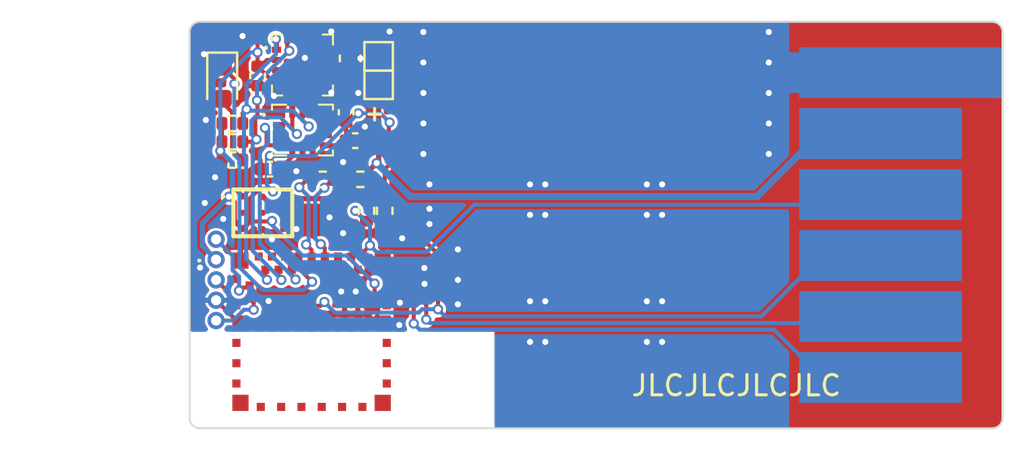
<source format=kicad_pcb>
(kicad_pcb (version 20221018) (generator pcbnew)
  (layers (0 "F.Cu" signal) (31 "B.Cu" signal) (34 "B.Paste" user) (35 "F.Paste" user) (36 "B.SilkS" user "B.Silkscreen") (37 "F.SilkS" user "F.Silkscreen") (38 "B.Mask" user) (39 "F.Mask" user) (44 "Edge.Cuts" user))
  (net 0 "")
  (net 1 "GND")
  (net 4 "SWDIO")
  (net 5 "SWDCLK")
  (net 8 "Net-(IC3-CAP)")
  (net 9 "ADCBAT")
  (net 10 "ADCBATEN")
  (net 11 "LED")
  (net 12 "RST")
  (net 13 "VDD")
  (net 14 "VBAT")
  (net 15 "INT")
  (net 16 "SCL")
  (net 17 "SDA")
  (net 18 "Dock")
  (net 19 "INT2")
  (net 20 "SDAAUX")
  (net 21 "SCLAUX")
  (net 25 "unconnected-(IC2-P0_20{slash}TRACE_CLK-Pad15)")
  (net 27 "Net-(IC2-OUT_ANT)")
  (net 62 "Net-(D1-A)")
  (footprint "Capacitor_SMD:C_0402_1005Metric" (layer "F.Cu") (at 181.147 74.347)
    (fp_text reference "C10" hide)
    (fp_text value "0.1uF")
    (pad "1" smd roundrect (at -0.48 0) (size 0.56 0.62) (layers "F.Cu" "F.Paste" "F.Mask") (net 13 "VDD"))
    (pad "2" smd roundrect (at 0.48 0) (size 0.56 0.62) (layers "F.Cu" "F.Paste" "F.Mask") (net 1 "GND"))
  )
  (footprint "Resistor_SMD:R_0402_1005Metric" (layer "F.Cu") (at 179.55 76.25 180)
    (fp_text reference "R8" hide)
    (fp_text value "51K")
    (pad "1" smd roundrect (at -0.51 0 180) (size 0.54 0.64) (layers "F.Cu" "F.Paste" "F.Mask") (net 9 "ADCBAT"))
    (pad "2" smd roundrect (at 0.51 0 180) (size 0.54 0.64) (layers "F.Cu" "F.Paste" "F.Mask") (net 10 "ADCBATEN"))
  )
  (footprint "Capacitor_SMD:C_0603_1608Metric" (layer "F.Cu") (at 180.9 70.3 90)
    (fp_text reference "C13" hide)
    (fp_text value "10uF")
    (pad "1" smd roundrect (at -0.775 0 90) (size 0.9 0.95) (layers "F.Cu" "F.Paste" "F.Mask") (net 8 "Net-(IC3-CAP)"))
    (pad "2" smd roundrect (at 0.775 0 90) (size 0.9 0.95) (layers "F.Cu" "F.Paste" "F.Mask") (net 1 "GND"))
  )
  (footprint "Capacitor_SMD:C_0402_1005Metric" (layer "F.Cu") (at 176.341 71.164 -90)
    (fp_text reference "C12" hide)
    (fp_text value "1uF")
    (pad "1" smd roundrect (at -0.48 0 270) (size 0.56 0.62) (layers "F.Cu" "F.Paste" "F.Mask") (net 13 "VDD"))
    (pad "2" smd roundrect (at 0.48 0 270) (size 0.56 0.62) (layers "F.Cu" "F.Paste" "F.Mask") (net 1 "GND"))
  )
  (footprint "Capacitor_SMD:C_0402_1005Metric" (layer "F.Cu") (at 176.95 75.75 180)
    (fp_text reference "C9" hide)
    (fp_text value "0.01uF")
    (pad "1" smd roundrect (at -0.48 0 180) (size 0.56 0.62) (layers "F.Cu" "F.Paste" "F.Mask") (net 13 "VDD"))
    (pad "2" smd roundrect (at 0.48 0 180) (size 0.56 0.62) (layers "F.Cu" "F.Paste" "F.Mask") (net 1 "GND"))
  )
  (footprint "Resistor_SMD:R_0402_1005Metric" (layer "F.Cu") (at 175.1 75.3)
    (fp_text reference "R2" hide)
    (fp_text value "100")
    (pad "1" smd roundrect (at -0.51 0) (size 0.54 0.64) (layers "F.Cu" "F.Paste" "F.Mask") (net 13 "VDD"))
    (pad "2" smd roundrect (at 0.51 0) (size 0.54 0.64) (layers "F.Cu" "F.Paste" "F.Mask") (net 62 "Net-(D1-A)"))
  )
  (footprint "LED_SMD:LED_0603_1608Metric" (layer "F.Cu") (at 174.600002 71.5 -90)
    (fp_text reference "D1" hide)
    (fp_text value "LED")
    (pad "1" smd roundrect (at -0.7875 0 270) (size 0.875 0.95) (layers "F.Cu" "F.Paste" "F.Mask") (net 11 "LED"))
    (pad "2" smd roundrect (at 0.7875 0 270) (size 0.875 0.95) (layers "F.Cu" "F.Paste" "F.Mask") (net 62 "Net-(D1-A)"))
  )
  (footprint "SamacSys_Parts:MMC5983MA" (layer "F.Cu") (at 178.55 70.625 90)
    (fp_text reference "IC3" hide)
    (fp_text value "MMC5983MA" hide)
    (pad "1" smd rect (at 0.75 -1.275 90) (size 0.3 0.45) (layers "F.Cu" "F.Paste" "F.Mask") (net 16 "SCL"))
    (pad "2" smd rect (at 0.25 -1.275 90) (size 0.3 0.45) (layers "F.Cu" "F.Paste" "F.Mask") (net 13 "VDD"))
    (pad "3" smd rect (at -0.25 -1.275 90) (size 0.3 0.45) (layers "F.Cu" "F.Paste" "F.Mask"))
    (pad "4" smd rect (at -0.75 -1.275 90) (size 0.3 0.45) (layers "F.Cu" "F.Paste" "F.Mask") (net 13 "VDD"))
    (pad "5" smd rect (at -1.275 -0.75 180) (size 0.3 0.45) (layers "F.Cu" "F.Paste" "F.Mask"))
    (pad "6" smd rect (at -1.275 -0.25 180) (size 0.3 0.45) (layers "F.Cu" "F.Paste" "F.Mask"))
    (pad "7" smd rect (at -1.275 0.25 180) (size 0.3 0.45) (layers "F.Cu" "F.Paste" "F.Mask"))
    (pad "8" smd rect (at -1.275 0.75 180) (size 0.3 0.45) (layers "F.Cu" "F.Paste" "F.Mask"))
    (pad "9" smd rect (at -0.75 1.275 90) (size 0.3 0.45) (layers "F.Cu" "F.Paste" "F.Mask") (net 1 "GND"))
    (pad "10" smd rect (at -0.25 1.275 90) (size 0.3 0.45) (layers "F.Cu" "F.Paste" "F.Mask") (net 8 "Net-(IC3-CAP)"))
    (pad "11" smd rect (at 0.25 1.275 90) (size 0.3 0.45) (layers "F.Cu" "F.Paste" "F.Mask") (net 1 "GND"))
    (pad "12" smd rect (at 0.75 1.275 90) (size 0.3 0.45) (layers "F.Cu" "F.Paste" "F.Mask"))
    (pad "13" smd rect (at 1.275 0.75 180) (size 0.3 0.45) (layers "F.Cu" "F.Paste" "F.Mask") (net 13 "VDD"))
    (pad "14" smd rect (at 1.275 0.25 180) (size 0.3 0.45) (layers "F.Cu" "F.Paste" "F.Mask"))
    (pad "15" smd rect (at 1.275 -0.25 180) (size 0.3 0.45) (layers "F.Cu" "F.Paste" "F.Mask"))
    (pad "16" smd rect (at 1.275 -0.75 180) (size 0.3 0.45) (layers "F.Cu" "F.Paste" "F.Mask") (net 17 "SDA"))
  )
  (footprint "Resistor_SMD:R_0402_1005Metric" (layer "F.Cu") (at 181.7 77.8 -90)
    (fp_text reference "R1" hide)
    (fp_text value "1M")
    (pad "1" smd roundrect (at -0.51 0 270) (size 0.54 0.64) (layers "F.Cu" "F.Paste" "F.Mask") (net 13 "VDD"))
    (pad "2" smd roundrect (at 0.51 0 270) (size 0.54 0.64) (layers "F.Cu" "F.Paste" "F.Mask") (net 18 "Dock"))
  )
  (footprint "Resistor_SMD:R_0402_1005Metric" (layer "F.Cu") (at 182.6 77.8 -90)
    (fp_text reference "R10" hide)
    (fp_text value "10K")
    (pad "1" smd roundrect (at -0.51 0 270) (size 0.54 0.64) (layers "F.Cu" "F.Paste" "F.Mask") (net 13 "VDD"))
    (pad "2" smd roundrect (at 0.51 0 270) (size 0.54 0.64) (layers "F.Cu" "F.Paste" "F.Mask") (net 12 "RST"))
  )
  (footprint "TestPoint:TestPoint_Pad_1.0x1.0mm" (layer "F.Cu") (at 182.3 70.2)
    (fp_text reference "TP2" hide)
    (fp_text value "TestPoint" hide)
    (pad "1" smd rect (at 0 0) (size 1 1) (layers "F.Cu" "F.Mask") (net 1 "GND"))
  )
  (footprint "SamacSys_Parts:TPS82740ASIPR" (layer "F.Cu") (at 176.6 77.9)
    (fp_text reference "PS1" hide)
    (fp_text value "TPS82740ASIPR" hide)
    (pad "A1" smd circle (at -1 -0.8 90) (size 0.3 0.3) (layers "F.Cu" "F.Paste" "F.Mask") (net 1 "GND"))
    (pad "A2" smd circle (at 0 -0.8 90) (size 0.3 0.3) (layers "F.Cu" "F.Paste" "F.Mask") (net 14 "VBAT"))
    (pad "A3" smd circle (at 1 -0.8 90) (size 0.3 0.3) (layers "F.Cu" "F.Paste" "F.Mask") (net 1 "GND"))
    (pad "B1" smd circle (at -1 0 90) (size 0.3 0.3) (layers "F.Cu" "F.Paste" "F.Mask"))
    (pad "B2" smd circle (at 0 0 90) (size 0.3 0.3) (layers "F.Cu" "F.Paste" "F.Mask"))
    (pad "B3" smd circle (at 1 0 90) (size 0.3 0.3) (layers "F.Cu" "F.Paste" "F.Mask") (net 14 "VBAT"))
    (pad "C1" smd circle (at -1 0.8 90) (size 0.3 0.3) (layers "F.Cu" "F.Paste" "F.Mask") (net 13 "VDD"))
    (pad "C2" smd circle (at 0 0.8 90) (size 0.3 0.3) (layers "F.Cu" "F.Paste" "F.Mask") (net 1 "GND"))
    (pad "C3" smd circle (at 1 0.8 90) (size 0.3 0.3) (layers "F.Cu" "F.Paste" "F.Mask") (net 14 "VBAT"))
  )
  (footprint "Resistor_SMD:R_0402_1005Metric" (layer "F.Cu") (at 175.1 74.4)
    (fp_text reference "R4" hide)
    (fp_text value "2.7K")
    (pad "1" smd roundrect (at -0.51 0) (size 0.54 0.64) (layers "F.Cu" "F.Paste" "F.Mask") (net 13 "VDD"))
    (pad "2" smd roundrect (at 0.51 0) (size 0.54 0.64) (layers "F.Cu" "F.Paste" "F.Mask") (net 17 "SDA"))
  )
  (footprint "TestPoint:TestPoint_Pad_1.0x1.0mm" (layer "F.Cu") (at 182.3 71.6)
    (fp_text reference "TP1" hide)
    (fp_text value "TestPoint" hide)
    (pad "1" smd rect (at 0 0) (size 1 1) (layers "F.Cu" "F.Mask") (net 14 "VBAT"))
  )
  (footprint "Resistor_SMD:R_0402_1005Metric" (layer "F.Cu") (at 181.4 76.25 180)
    (fp_text reference "R7" hide)
    (fp_text value "100K")
    (pad "1" smd roundrect (at -0.51 0 180) (size 0.54 0.64) (layers "F.Cu" "F.Paste" "F.Mask") (net 14 "VBAT"))
    (pad "2" smd roundrect (at 0.51 0 180) (size 0.54 0.64) (layers "F.Cu" "F.Paste" "F.Mask") (net 9 "ADCBAT"))
  )
  (footprint "Resistor_SMD:R_0402_1005Metric" (layer "F.Cu") (at 175.1 73.5)
    (fp_text reference "R5" hide)
    (fp_text value "2.7K")
    (pad "1" smd roundrect (at -0.51 0) (size 0.54 0.64) (layers "F.Cu" "F.Paste" "F.Mask") (net 13 "VDD"))
    (pad "2" smd roundrect (at 0.51 0) (size 0.54 0.64) (layers "F.Cu" "F.Paste" "F.Mask") (net 16 "SCL"))
  )
  (footprint "SamacSys_Parts:ISP1507AXST" (layer "F.Cu") (at 179 83.75)
    (fp_text reference "IC2" hide)
    (fp_text value "ISP1507-AX-ST" hide)
    (pad "1" smd rect (at -3.5 -3.5) (size 0.8 0.8) (layers "F.Cu" "F.Paste" "F.Mask") (net 1 "GND"))
    (pad "2" smd rect (at -3.7 -2.6) (size 0.4 0.4) (layers "F.Cu" "F.Paste" "F.Mask"))
    (pad "3" smd rect (at -3.05 -2.275) (size 0.4 0.4) (layers "F.Cu" "F.Paste" "F.Mask") (net 20 "SDAAUX"))
    (pad "5" smd rect (at -3.05 -1.625) (size 0.4 0.4) (layers "F.Cu" "F.Paste" "F.Mask") (net 21 "SCLAUX"))
    (pad "6" smd rect (at -3.7 -1.3) (size 0.4 0.4) (layers "F.Cu" "F.Paste" "F.Mask") (net 19 "INT2"))
    (pad "7" smd rect (at -3.5 -0.4) (size 0.8 0.8) (layers "F.Cu" "F.Paste" "F.Mask") (net 1 "GND"))
    (pad "8" smd rect (at -2.6 -0.2) (size 0.4 0.4) (layers "F.Cu" "F.Paste" "F.Mask") (net 1 "GND"))
    (pad "9" smd rect (at -2.275 -0.85) (size 0.4 0.4) (layers "F.Cu" "F.Paste" "F.Mask"))
    (pad "10" smd rect (at -1.95 -0.2) (size 0.4 0.4) (layers "F.Cu" "F.Paste" "F.Mask") (net 1 "GND"))
    (pad "11" smd rect (at -1.625 -0.85) (size 0.4 0.4) (layers "F.Cu" "F.Paste" "F.Mask"))
    (pad "12" smd rect (at -1.3 -0.2) (size 0.4 0.4) (layers "F.Cu" "F.Paste" "F.Mask") (net 1 "GND"))
    (pad "13" smd rect (at -0.975 -0.85) (size 0.4 0.4) (layers "F.Cu" "F.Paste" "F.Mask") (net 12 "RST"))
    (pad "14" smd rect (at -0.65 -0.2) (size 0.4 0.4) (layers "F.Cu" "F.Paste" "F.Mask") (net 1 "GND"))
    (pad "15" smd rect (at -0.325 -0.85) (size 0.4 0.4) (layers "F.Cu" "F.Paste" "F.Mask") (net 25 "unconnected-(IC2-P0_20{slash}TRACE_CLK-Pad15)"))
    (pad "16" smd rect (at 0 -0.2) (size 0.4 0.4) (layers "F.Cu" "F.Paste" "F.Mask") (net 1 "GND"))
    (pad "17" smd rect (at 0.325 -0.85) (size 0.4 0.4) (layers "F.Cu" "F.Paste" "F.Mask"))
    (pad "18" smd rect (at 0.65 -0.2) (size 0.4 0.4) (layers "F.Cu" "F.Paste" "F.Mask") (net 1 "GND"))
    (pad "19" smd rect (at 0.975 -0.85) (size 0.4 0.4) (layers "F.Cu" "F.Paste" "F.Mask") (net 1 "GND"))
    (pad "20" smd rect (at 1.3 -0.2) (size 0.4 0.4) (layers "F.Cu" "F.Paste" "F.Mask") (net 27 "Net-(IC2-OUT_ANT)"))
    (pad "21" smd rect (at 1.625 -0.85) (size 0.4 0.4) (layers "F.Cu" "F.Paste" "F.Mask") (net 1 "GND"))
    (pad "22" smd rect (at 1.95 -0.2) (size 0.4 0.4) (layers "F.Cu" "F.Paste" "F.Mask") (net 27 "Net-(IC2-OUT_ANT)"))
    (pad "23" smd rect (at 2.275 -0.85) (size 0.4 0.4) (layers "F.Cu" "F.Paste" "F.Mask") (net 1 "GND"))
    (pad "24" smd rect (at 2.6 -0.2) (size 0.4 0.4) (layers "F.Cu" "F.Paste" "F.Mask") (net 1 "GND"))
    (pad "25" smd rect (at 3.5 -0.4) (size 0.8 0.8) (layers "F.Cu" "F.Paste" "F.Mask") (net 1 "GND"))
    (pad "26" smd rect (at 3.7 -1.3) (size 0.4 0.4) (layers "F.Cu" "F.Paste" "F.Mask") (net 13 "VDD"))
    (pad "28" smd rect (at 3.7 -1.95) (size 0.4 0.4) (layers "F.Cu" "F.Paste" "F.Mask") (net 4 "SWDIO"))
    (pad "30" smd rect (at 3.7 -2.6) (size 0.4 0.4) (layers "F.Cu" "F.Paste" "F.Mask") (net 5 "SWDCLK"))
    (pad "31" smd rect (at 3.5 -3.5) (size 0.8 0.8) (layers "F.Cu" "F.Paste" "F.Mask") (net 1 "GND"))
    (pad "32" smd rect (at 2.6 -3.7) (size 0.4 0.4) (layers "F.Cu" "F.Paste" "F.Mask") (net 18 "Dock"))
    (pad "33" smd rect (at 2.275 -3.05) (size 0.4 0.4) (layers "F.Cu" "F.Paste" "F.Mask"))
    (pad "34" smd rect (at 1.95 -3.7) (size 0.4 0.4) (layers "F.Cu" "F.Paste" "F.Mask"))
    (pad "35" smd rect (at 1.625 -3.05) (size 0.4 0.4) (layers "F.Cu" "F.Paste" "F.Mask"))
    (pad "36" smd rect (at 1.3 -3.7) (size 0.4 0.4) (layers "F.Cu" "F.Paste" "F.Mask"))
    (pad "37" smd rect (at 0.975 -3.05) (size 0.4 0.4) (layers "F.Cu" "F.Paste" "F.Mask"))
    (pad "38" smd rect (at 0.65 -3.7) (size 0.4 0.4) (layers "F.Cu" "F.Paste" "F.Mask") (net 9 "ADCBAT"))
    (pad "39" smd rect (at 0.325 -3.05) (size 0.4 0.4) (layers "F.Cu" "F.Paste" "F.Mask"))
    (pad "40" smd rect (at 0 -3.7) (size 0.4 0.4) (layers "F.Cu" "F.Paste" "F.Mask") (net 10 "ADCBATEN"))
    (pad "41" smd rect (at -0.325 -3.05) (size 0.4 0.4) (layers "F.Cu" "F.Paste" "F.Mask") (net 11 "LED"))
    (pad "42" smd rect (at -0.65 -3.7) (size 0.4 0.4) (layers "F.Cu" "F.Paste" "F.Mask"))
    (pad "43" smd rect (at -0.975 -3.05) (size 0.4 0.4) (layers "F.Cu" "F.Paste" "F.Mask") (net 15 "INT"))
    (pad "44" smd rect (at -1.3 -3.7) (size 0.4 0.4) (layers "F.Cu" "F.Paste" "F.Mask"))
    (pad "45" smd rect (at -1.625 -3.05) (size 0.4 0.4) (layers "F.Cu" "F.Paste" "F.Mask") (net 17 "SDA"))
    (pad "46" smd rect (at -1.95 -3.7) (size 0.4 0.4) (layers "F.Cu" "F.Paste" "F.Mask"))
    (pad "47" smd rect (at -2.275 -3.05) (size 0.4 0.4) (layers "F.Cu" "F.Paste" "F.Mask") (net 16 "SCL"))
    (pad "48" smd rect (at -2.6 -3.7) (size 0.4 0.4) (layers "F.Cu" "F.Paste" "F.Mask"))
    (pad "49" smd rect (at -3.7 0.55) (size 0.4 0.4) (layers "F.Cu" "F.Paste" "F.Mask"))
    (pad "50" smd rect (at -3.7 1.55) (size 0.4 0.4) (layers "F.Cu" "F.Paste" "F.Mask"))
    (pad "51" smd rect (at -3.7 2.55) (size 0.4 0.4) (layers "F.Cu" "F.Paste" "F.Mask"))
    (pad "52" smd rect (at -3.5 3.5) (size 0.8 0.8) (layers "F.Cu" "F.Paste" "F.Mask"))
    (pad "53" smd rect (at -2.5 3.7) (size 0.4 0.4) (layers "F.Cu" "F.Paste" "F.Mask"))
    (pad "54" smd rect (at -1.5 3.7) (size 0.4 0.4) (layers "F.Cu" "F.Paste" "F.Mask"))
    (pad "55" smd rect (at -0.5 3.7) (size 0.4 0.4) (layers "F.Cu" "F.Paste" "F.Mask"))
    (pad "56" smd rect (at 0.5 3.7) (size 0.4 0.4) (layers "F.Cu" "F.Paste" "F.Mask"))
    (pad "57" smd rect (at 1.5 3.7) (size 0.4 0.4) (layers "F.Cu" "F.Paste" "F.Mask"))
    (pad "58" smd rect (at 2.5 3.7) (size 0.4 0.4) (layers "F.Cu" "F.Paste" "F.Mask"))
    (pad "59" smd rect (at 3.5 3.5) (size 0.8 0.8) (layers "F.Cu" "F.Paste" "F.Mask"))
    (pad "60" smd rect (at 3.7 2.55) (size 0.4 0.4) (layers "F.Cu" "F.Paste" "F.Mask"))
    (pad "61" smd rect (at 3.7 1.55) (size 0.4 0.4) (layers "F.Cu" "F.Paste" "F.Mask"))
    (pad "62" smd rect (at 3.7 0.55) (size 0.4 0.4) (layers "F.Cu" "F.Paste" "F.Mask"))
  )
  (footprint "Capacitor_SMD:C_0402_1005Metric" (layer "F.Cu") (at 180.7 72.95 90)
    (fp_text reference "C11" hide)
    (fp_text value "2.2uF")
    (pad "1" smd roundrect (at -0.48 0 90) (size 0.56 0.62) (layers "F.Cu" "F.Paste" "F.Mask") (net 13 "VDD"))
    (pad "2" smd roundrect (at 0.48 0 90) (size 0.56 0.62) (layers "F.Cu" "F.Paste" "F.Mask") (net 1 "GND"))
  )
  (footprint "Connector_PinHeader_1.00mm:PinHeader_1x05_P1.00mm_Horizontal" (layer "F.Cu") (at 174.3 83.2 180)
    (fp_text reference "J1" hide)
    (fp_text value "Conn_01x05_Male")
    (pad "1" thru_hole circle (at 0 0 180) (size 0.85 0.85) (drill 0.5) (layers "*.Cu" "*.Mask") (net 21 "SCLAUX"))
    (pad "2" thru_hole oval (at 0 1 180) (size 0.85 0.85) (drill 0.5) (layers "*.Cu" "*.Mask") (net 1 "GND"))
    (pad "3" thru_hole oval (at 0 2 180) (size 0.85 0.85) (drill 0.5) (layers "*.Cu" "*.Mask") (net 19 "INT2"))
    (pad "4" thru_hole oval (at 0 3 180) (size 0.85 0.85) (drill 0.5) (layers "*.Cu" "*.Mask") (net 13 "VDD"))
    (pad "5" thru_hole oval (at 0 4 180) (size 0.85 0.85) (drill 0.5) (layers "*.Cu" "*.Mask") (net 20 "SDAAUX"))
  )
  (footprint "SamacSys_Parts:IIM42352" (layer "F.Cu") (at 178.55 73.825)
    (fp_text reference "AC2" hide)
    (fp_text value "ICM-42688-V" hide)
    (pad "1" smd rect (at -1.15 -0.75 90) (size 0.3 0.6) (layers "F.Cu" "F.Paste" "F.Mask") (net 1 "GND"))
    (pad "2" smd rect (at -1.15 -0.25 90) (size 0.3 0.6) (layers "F.Cu" "F.Paste" "F.Mask"))
    (pad "3" smd rect (at -1.15 0.25 90) (size 0.3 0.6) (layers "F.Cu" "F.Paste" "F.Mask"))
    (pad "4" smd rect (at -1.15 0.75 90) (size 0.3 0.6) (layers "F.Cu" "F.Paste" "F.Mask") (net 15 "INT"))
    (pad "5" smd rect (at -0.5 0.9) (size 0.3 0.6) (layers "F.Cu" "F.Paste" "F.Mask") (net 13 "VDD"))
    (pad "6" smd rect (at 0 0.9) (size 0.3 0.6) (layers "F.Cu" "F.Paste" "F.Mask") (net 1 "GND"))
    (pad "7" smd rect (at 0.5 0.9) (size 0.3 0.6) (layers "F.Cu" "F.Paste" "F.Mask") (net 1 "GND"))
    (pad "8" smd rect (at 1.15 0.75 90) (size 0.3 0.6) (layers "F.Cu" "F.Paste" "F.Mask") (net 13 "VDD"))
    (pad "9" smd rect (at 1.15 0.25 90) (size 0.3 0.6) (layers "F.Cu" "F.Paste" "F.Mask") (net 1 "GND"))
    (pad "10" smd rect (at 1.15 -0.25 90) (size 0.3 0.6) (layers "F.Cu" "F.Paste" "F.Mask"))
    (pad "11" smd rect (at 1.15 -0.75 90) (size 0.3 0.6) (layers "F.Cu" "F.Paste" "F.Mask"))
    (pad "12" smd rect (at 0.5 -0.9) (size 0.3 0.6) (layers "F.Cu" "F.Paste" "F.Mask") (net 13 "VDD"))
    (pad "13" smd rect (at 0 -0.9) (size 0.3 0.6) (layers "F.Cu" "F.Paste" "F.Mask") (net 16 "SCL"))
    (pad "14" smd rect (at -0.5 -0.9) (size 0.3 0.6) (layers "F.Cu" "F.Paste" "F.Mask") (net 17 "SDA"))
  )
  (footprint "TestPoint:TestPoint_Pad_1.0x1.0mm" (layer "B.Cu") (at 208 71)
    (fp_text reference "TP3" hide)
    (fp_text value "TestPoint" hide)
    (pad "1" smd rect (at 0 0) (size 10 2.5) (layers "B.Cu" "B.Mask") (net 1 "GND"))
  )
  (footprint "TestPoint:TestPoint_Pad_1.0x1.0mm" (layer "B.Cu") (at 207 77)
    (fp_text reference "TP5" hide)
    (fp_text value "TestPoint" hide)
    (pad "1" smd rect (at 0 0) (size 8 2.5) (layers "B.Cu" "B.Mask") (net 18 "Dock"))
  )
  (footprint "TestPoint:TestPoint_Pad_1.0x1.0mm" (layer "B.Cu") (at 207 86)
    (fp_text reference "TP8" hide)
    (fp_text value "TestPoint" hide)
    (pad "1" smd rect (at 0 0) (size 8 2.5) (layers "B.Cu" "B.Mask") (net 4 "SWDIO"))
  )
  (footprint "TestPoint:TestPoint_Pad_1.0x1.0mm" (layer "B.Cu") (at 207 80)
    (fp_text reference "TP6" hide)
    (fp_text value "TestPoint" hide)
    (pad "1" smd rect (at 0 0) (size 8 2.5) (layers "B.Cu" "B.Mask") (net 12 "RST"))
  )
  (footprint "TestPoint:TestPoint_Pad_1.0x1.0mm" (layer "B.Cu") (at 207 83)
    (fp_text reference "TP7" hide)
    (fp_text value "TestPoint" hide)
    (pad "1" smd rect (at 0 0) (size 8 2.5) (layers "B.Cu" "B.Mask") (net 5 "SWDCLK"))
  )
  (footprint "TestPoint:TestPoint_Pad_1.0x1.0mm" (layer "B.Cu") (at 207 74)
    (fp_text reference "TP4" hide)
    (fp_text value "TestPoint" hide)
    (pad "1" smd rect (at 0 0) (size 8 2.5) (layers "B.Cu" "B.Mask") (net 14 "VBAT"))
  )
  (gr_line (start 173.5 88.5) (end 212.5 88.5) (stroke (width 0.1)) (layer "Edge.Cuts"))
  (gr_line (start 213 88) (end 213 69) (stroke (width 0.1)) (layer "Edge.Cuts"))
  (gr_arc (start 173 69) (mid 173.146447 68.646447) (end 173.5 68.5) (stroke (width 0.1)) (layer "Edge.Cuts"))
  (gr_arc (start 213 88) (mid 212.853553 88.353553) (end 212.5 88.5) (stroke (width 0.1)) (layer "Edge.Cuts"))
  (gr_line (start 212.5 68.5) (end 173.5 68.5) (stroke (width 0.1)) (layer "Edge.Cuts"))
  (gr_arc (start 212.5 68.5) (mid 212.853553 68.646447) (end 213 69) (stroke (width 0.1)) (layer "Edge.Cuts"))
  (gr_line (start 173 69) (end 173 88) (stroke (width 0.1)) (layer "Edge.Cuts"))
  (gr_arc (start 173.5 88.5) (mid 173.146447 88.353553) (end 173 88) (stroke (width 0.1)) (layer "Edge.Cuts"))
  (gr_text "+" (at 182.1 73.1 180) (layer "F.SilkS") (effects (font (size 0.75 0.75))))
  (gr_text "JLCJLCJLCJLC" (at 199.9 86.4) (layer "F.SilkS") (effects (font (size 1 1))))
  (segment (start 176.4 83.55) (end 175.7 83.55) (width 0.2) (layer "F.Cu") (net 1))
  (segment (start 180.7 72.1) (end 180.7 72.47) (width 0.2) (layer "F.Cu") (net 1))
  (segment (start 179.825 71.375) (end 179.975 71.375) (width 0.2) (layer "F.Cu") (net 1))
  (segment (start 177.7 83.55) (end 177.598489 83.448489) (width 0.2) (layer "F.Cu") (net 1))
  (segment (start 182.121 80.629) (end 181.906 80.844) (width 0.2) (layer "F.Cu") (net 1))
  (segment (start 179.975 83.064) (end 179.975 82.9) (width 0.3) (layer "F.Cu") (net 1))
  (segment (start 180.4375 71.8375) (end 180.7 72.1) (width 0.2) (layer "F.Cu") (net 1))
  (segment (start 181.6 83.298) (end 181.805 83.093) (width 0.2) (layer "F.Cu") (net 1))
  (segment (start 175.5 83.35) (end 175.45 83.35) (width 0.2) (layer "F.Cu") (net 1))
  (segment (start 175.5 80.25) (end 175.513 80.25) (width 0.2) (layer "F.Cu") (net 1))
  (segment (start 175.602 69.978) (end 175.6 69.98) (width 0.2) (layer "F.Cu") (net 1))
  (segment (start 179.65 83.389) (end 179.65 83.55) (width 0.3) (layer "F.Cu") (net 1))
  (segment (start 181.906 80.844) (end 181.906 80.859) (width 0.2) (layer "F.Cu") (net 1))
  (segment (start 181.562 73.658) (end 181.621 73.658) (width 0.2) (layer "F.Cu") (net 1))
  (segment (start 179.975 71.375) (end 180.4375 71.8375) (width 0.2) (layer "F.Cu") (net 1))
  (segment (start 182.5 83.35) (end 182.236 83.086) (width 0.2) (layer "F.Cu") (net 1))
  (segment (start 175.7 83.55) (end 175.5 83.35) (width 0.2) (layer "F.Cu") (net 1))
  (segment (start 182.243 83.093) (end 182.5 83.35) (width 0.2) (layer "F.Cu") (net 1))
  (segment (start 180.7 72.52) (end 180.68 72.52) (width 0.2) (layer "F.Cu") (net 1))
  (segment (start 182.5 80.25) (end 182.121 80.629) (width 0.2) (layer "F.Cu") (net 1))
  (segment (start 181.805 83.093) (end 182.243 83.093) (width 0.2) (layer "F.Cu") (net 1))
  (segment (start 179.8245 83.2145) (end 179.65 83.389) (width 0.3) (layer "F.Cu") (net 1))
  (segment (start 181.6 83.55) (end 181.6 83.298) (width 0.2) (layer "F.Cu") (net 1))
  (segment (start 179.8245 83.2145) (end 179.975 83.064) (width 0.3) (layer "F.Cu") (net 1))
  (segment (start 180.7 72.52) (end 180.7 72.6) (width 0.2) (layer "F.Cu") (net 1))
  (segment (start 175.45 83.35) (end 174.3 82.2) (width 0.2) (layer "F.Cu") (net 1))
  (segment (start 182.236 83.086) (end 182.236 82.642) (width 0.2) (layer "F.Cu") (net 1))
  (via (at 177.147 72.145) (size 0.5) (drill 0.3) (layers "F.Cu" "B.Cu") (net 1))
  (via (at 184.8 78.45) (size 0.5) (drill 0.3) (layers "F.Cu" "B.Cu") (net 1))
  (via (at 174.25 76.15) (size 0.5) (drill 0.3) (layers "F.Cu" "B.Cu") (net 1))
  (via (at 184.5 73.5) (size 0.5) (drill 0.3) (layers "F.Cu" "B.Cu") (net 1))
  (via (at 173.509 80.595) (size 0.5) (drill 0.3) (layers "F.Cu" "B.Cu") (net 1))
  (via (at 190.5 82.25) (size 0.5) (drill 0.3) (layers "F.Cu" "B.Cu") (net 1))
  (via (at 179.967 68.975) (size 0.5) (drill 0.3) (layers "F.Cu" "B.Cu") (net 1))
  (via (at 181.3 72) (size 0.5) (drill 0.3) (layers "F.Cu" "B.Cu") (net 1))
  (via (at 189.75 82.25) (size 0.5) (drill 0.3) (layers "F.Cu" "B.Cu") (net 1))
  (via (at 195.5 78) (size 0.5) (drill 0.3) (layers "F.Cu" "B.Cu") (net 1))
  (via (at 181.621 73.658) (size 0.5) (drill 0.3) (layers "F.Cu" "B.Cu") (net 1))
  (via (at 186.2 81.2) (size 0.5) (drill 0.3) (layers "F.Cu" "B.Cu") (net 1))
  (via (at 190.5 76.5) (size 0.5) (drill 0.3) (layers "F.Cu" "B.Cu") (net 1))
  (via (at 196.25 76.5) (size 0.5) (drill 0.3) (layers "F.Cu" "B.Cu") (net 1))
  (via (at 184.5 75) (size 0.5) (drill 0.3) (layers "F.Cu" "B.Cu") (net 1))
  (via (at 176.884 82.237) (size 0.5) (drill 0.3) (layers "F.Cu" "B.Cu") (net 1))
  (via (at 177.05 79.2) (size 0.5) (drill 0.3) (layers "F.Cu" "B.Cu") (net 1))
  (via (at 173.702 70.09) (size 0.5) (drill 0.3) (layers "F.Cu" "B.Cu") (net 1))
  (via (at 184.549 80.614) (size 0.5) (drill 0.3) (layers "F.Cu" "B.Cu") (net 1))
  (via (at 182.838 68.975) (size 0.5) (drill 0.3) (layers "F.Cu" "B.Cu") (net 1))
  (via (at 180.55 75.4) (size 0.5) (drill 0.3) (layers "F.Cu" "B.Cu") (net 1))
  (via (at 173.794 73.331) (size 0.5) (drill 0.3) (layers "F.Cu" "B.Cu") (net 1))
  (via (at 178.25 78.7) (size 0.5) (drill 0.3) (layers "F.Cu" "B.Cu") (net 1))
  (via (at 196.25 78) (size 0.5) (drill 0.3) (layers "F.Cu" "B.Cu") (net 1))
  (via (at 180.55 78.9) (size 0.5) (drill 0.3) (layers "F.Cu" "B.Cu") (net 1))
  (via (at 186.2 82.4) (size 0.5) (drill 0.3) (layers "F.Cu" "B.Cu") (net 1))
  (via (at 201.5 69) (size 0.5) (drill 0.3) (layers "F.Cu" "B.Cu") (net 1))
  (via (at 189.75 78) (size 0.5) (drill 0.3) (layers "F.Cu" "B.Cu") (net 1))
  (via (at 183.457 79.151) (size 0.5) (drill 0.3) (layers "F.Cu" "B.Cu") (net 1))
  (via (at 173.744 77.413) (size 0.5) (drill 0.3) (layers "F.Cu" "B.Cu") (net 1))
  (via (at 183.314 83.423) (size 0.5) (drill 0.3) (layers "F.Cu" "B.Cu") (net 1))
  (via (at 181.173 81.774) (size 0.5) (drill 0.3) (layers "F.Cu" "B.Cu") (net 1))
  (via (at 184.8 77.7) (size 0.5) (drill 0.3) (layers "F.Cu" "B.Cu") (net 1))
  (via (at 201.5 75) (size 0.5) (drill 0.3) (layers "F.Cu" "B.Cu") (net 1))
  (via (at 201.5 72) (size 0.5) (drill 0.3) (layers "F.Cu" "B.Cu") (net 1))
  (via (at 196.25 84.25) (size 0.5) (drill 0.3) (layers "F.Cu" "B.Cu") (net 1))
  (via (at 190.5 84.25) (size 0.5) (drill 0.3) (layers "F.Cu" "B.Cu") (net 1))
  (via (at 178.25 75.85) (size 0.5) (drill 0.3) (layers "F.Cu" "B.Cu") (net 1))
  (via (at 180.456 81.774) (size 0.5) (drill 0.3) (layers "F.Cu" "B.Cu") (net 1))
  (via (at 184.5 70.5) (size 0.5) (drill 0.3) (layers "F.Cu" "B.Cu") (net 1))
  (via (at 195.5 82.25) (size 0.5) (drill 0.3) (layers "F.Cu" "B.Cu") (net 1))
  (via (at 174.65 78.2) (size 0.5) (drill 0.3) (layers "F.Cu" "B.Cu") (net 1))
  (via (at 196.25 82.25) (size 0.5) (drill 0.3) (layers "F.Cu" "B.Cu") (net 1))
  (via (at 184.5 72) (size 0.5) (drill 0.3) (layers "F.Cu" "B.Cu") (net 1))
  (via (at 179.969 71.987) (size 0.5) (drill 0.3) (layers "F.Cu" "B.Cu") (net 1))
  (via (at 184.557 81.395) (size 0.5) (drill 0.3) (layers "F.Cu" "B.Cu") (net 1))
  (via (at 190.5 78) (size 0.5) (drill 0.3) (layers "F.Cu" "B.Cu") (net 1))
  (via (at 186.2 79.7) (size 0.5) (drill 0.3) (layers "F.Cu" "B.Cu") (net 1))
  (via (at 184.8 76.5) (size 0.5) (drill 0.3) (layers "F.Cu" "B.Cu") (net 1))
  (via (at 189.75 84.25) (size 0.5) (drill 0.3) (layers "F.Cu" "B.Cu") (net 1))
  (via (at 201.5 70.5) (size 0.5) (drill 0.3) (layers "F.Cu" "B.Cu") (net 1))
  (via (at 175.6 69.2) (size 0.5) (drill 0.3) (layers "F.Cu" "B.Cu") (net 1))
  (via (at 179.882 78.122) (size 0.5) (drill 0.3) (layers "F.Cu" "B.Cu") (net 1))
  (via (at 195.5 76.5) (size 0.5) (drill 0.3) (layers "F.Cu" "B.Cu") (net 1))
  (via (at 181.4 70.3) (size 0.5) (drill 0.3) (layers "F.Cu" "B.Cu") (net 1))
  (via (at 195.5 84.25) (size 0.5) (drill 0.3) (layers "F.Cu" "B.Cu") (net 1))
  (via (at 201.5 73.5) (size 0.5) (drill 0.3) (layers "F.Cu" "B.Cu") (net 1))
  (via (at 178.667 70.274) (size 0.5) (drill 0.3) (layers "F.Cu" "B.Cu") (net 1))
  (via (at 183.345 82.323) (size 0.5) (drill 0.3) (layers "F.Cu" "B.Cu") (net 1))
  (via (at 184.5 69) (size 0.5) (drill 0.3) (layers "F.Cu" "B.Cu") (net 1))
  (via (at 189.75 76.5) (size 0.5) (drill 0.3) (layers "F.Cu" "B.Cu") (net 1))
  (segment (start 208 71) (end 200.25 71) (width 2) (layer "B.Cu") (net 1))
  (segment (start 184.027 83.349) (end 184.027 82.26) (width 0.2) (layer "F.Cu") (net 4))
  (segment (start 184.027 82.26) (end 183.567 81.8) (width 0.2) (layer "F.Cu") (net 4))
  (segment (start 183.567 81.8) (end 182.7 81.8) (width 0.2) (layer "F.Cu") (net 4))
  (via (at 184.027 83.349) (size 0.5) (drill 0.3) (layers "F.Cu" "B.Cu") (net 4))
  (segment (start 201.07098 83.64998) (end 201.07096 83.65) (width 0.2) (layer "B.Cu") (net 4))
  (segment (start 201.76198 83.64998) (end 202.39998 84.28798) (width 0.2) (layer "B.Cu") (net 4))
  (segment (start 207 86) (end 204.112 86) (width 0.2) (layer "B.Cu") (net 4))
  (segment (start 184.328 83.65) (end 184.027 83.349) (width 0.2) (layer "B.Cu") (net 4))
  (segment (start 201.07098 83.64998) (end 201.76198 83.64998) (width 0.2) (layer "B.Cu") (net 4))
  (segment (start 186 83.65) (end 184.328 83.65) (width 0.2) (layer "B.Cu") (net 4))
  (segment (start 201.07096 83.65) (end 186 83.65) (width 0.2) (layer "B.Cu") (net 4))
  (segment (start 204.112 86) (end 202.39998 84.28798) (width 0.2) (layer "B.Cu") (net 4))
  (segment (start 184.643 82.414258) (end 184.643 83.15) (width 0.2) (layer "F.Cu") (net 5))
  (segment (start 182.7 81.15) (end 183.378742 81.15) (width 0.2) (layer "F.Cu") (net 5))
  (segment (start 183.378742 81.15) (end 184.643 82.414258) (width 0.2) (layer "F.Cu") (net 5))
  (via (at 184.643 83.15) (size 0.5) (drill 0.3) (layers "F.Cu" "B.Cu") (net 5))
  (segment (start 207 83) (end 206.177 83.823) (width 0.2) (layer "B.Cu") (net 5))
  (segment (start 184.815501 83.322501) (end 184.643 83.15) (width 0.2) (layer "B.Cu") (net 5))
  (segment (start 206.677499 83.322501) (end 185.441499 83.322501) (width 0.2) (layer "B.Cu") (net 5))
  (segment (start 207 83) (end 206.677499 83.322501) (width 0.2) (layer "B.Cu") (net 5))
  (segment (start 185.441499 83.322501) (end 184.815501 83.322501) (width 0.2) (layer "B.Cu") (net 5))
  (segment (start 180.7 70.875) (end 180.9 71.075) (width 0.2) (layer "F.Cu") (net 8))
  (segment (start 179.825 70.875) (end 180.7 70.875) (width 0.2) (layer "F.Cu") (net 8))
  (segment (start 179.65 80.05) (end 179.65 79.642) (width 0.2) (layer "F.Cu") (net 9))
  (segment (start 180.06 76.25) (end 180.047316 76.25) (width 0.2) (layer "F.Cu") (net 9))
  (segment (start 179.65 79.642) (end 179.45 79.442) (width 0.2) (layer "F.Cu") (net 9))
  (segment (start 180.047316 76.25) (end 179.631421 76.665895) (width 0.2) (layer "F.Cu") (net 9))
  (segment (start 180.89 76.25) (end 180.06 76.25) (width 0.2) (layer "F.Cu") (net 9))
  (via (at 179.631421 76.665895) (size 0.5) (drill 0.3) (layers "F.Cu" "B.Cu") (net 9))
  (via (at 179.45 79.442) (size 0.5) (drill 0.3) (layers "F.Cu" "B.Cu") (net 9))
  (segment (start 179.176501 79.168501) (end 179.176501 77.120815) (width 0.2) (layer "B.Cu") (net 9))
  (segment (start 179.176501 77.120815) (end 179.631421 76.665895) (width 0.2) (layer "B.Cu") (net 9))
  (segment (start 179.45 79.442) (end 179.176501 79.168501) (width 0.2) (layer "B.Cu") (net 9))
  (segment (start 179 80.05) (end 179 79.729) (width 0.2) (layer "F.Cu") (net 10))
  (segment (start 179 79.729) (end 178.732 79.461) (width 0.2) (layer "F.Cu") (net 10))
  (segment (start 179.04 76.25) (end 178.783 76.25) (width 0.2) (layer "F.Cu") (net 10))
  (segment (start 178.783 76.25) (end 178.395 76.638) (width 0.2) (layer "F.Cu") (net 10))
  (via (at 178.395 76.638) (size 0.5) (drill 0.3) (layers "F.Cu" "B.Cu") (net 10))
  (via (at 178.732 79.461) (size 0.5) (drill 0.3) (layers "F.Cu" "B.Cu") (net 10))
  (segment (start 178.85 77.093) (end 178.85 79.343) (width 0.2) (layer "B.Cu") (net 10))
  (segment (start 178.395 76.638) (end 178.85 77.093) (width 0.2) (layer "B.Cu") (net 10))
  (segment (start 178.85 79.343) (end 178.732 79.461) (width 0.2) (layer "B.Cu") (net 10))
  (segment (start 175.2 71.312498) (end 175.2 71.55) (width 0.2) (layer "F.Cu") (net 11))
  (segment (start 178.675 80.7) (end 178.675 80.945) (width 0.2) (layer "F.Cu") (net 11))
  (segment (start 178.675 80.945) (end 179.023 81.293) (width 0.2) (layer "F.Cu") (net 11))
  (segment (start 174.600002 70.7125) (end 175.2 71.312498) (width 0.2) (layer "F.Cu") (net 11))
  (via (at 179.023 81.293) (size 0.5) (drill 0.3) (layers "F.Cu" "B.Cu") (net 11))
  (via (at 175.2 71.55) (size 0.5) (drill 0.3) (layers "F.Cu" "B.Cu") (net 11))
  (segment (start 179.023 81.293) (end 178.615 81.701) (width 0.2) (layer "B.Cu") (net 11))
  (segment (start 176.58 81.701) (end 175.451501 80.572501) (width 0.2) (layer "B.Cu") (net 11))
  (segment (start 175.451501 75.297403) (end 175.2 75.045902) (width 0.2) (layer "B.Cu") (net 11))
  (segment (start 178.615 81.701) (end 176.58 81.701) (width 0.2) (layer "B.Cu") (net 11))
  (segment (start 175.2 75.045902) (end 175.2 71.55) (width 0.2) (layer "B.Cu") (net 11))
  (segment (start 175.451501 80.572501) (end 175.451501 75.297403) (width 0.2) (layer "B.Cu") (net 11))
  (segment (start 179.445 82.473) (end 179.632 82.286) (width 0.2) (layer "F.Cu") (net 12))
  (segment (start 185.22 79.933) (end 185.22 82.643002) (width 0.2) (layer "F.Cu") (net 12))
  (segment (start 183.597 78.31) (end 185.22 79.933) (width 0.2) (layer "F.Cu") (net 12))
  (segment (start 182.6 78.31) (end 183.597 78.31) (width 0.2) (layer "F.Cu") (net 12))
  (segment (start 178.025 82.9) (end 178.025 82.696) (width 0.2) (layer "F.Cu") (net 12))
  (segment (start 178.248 82.473) (end 179.445 82.473) (width 0.2) (layer "F.Cu") (net 12))
  (segment (start 178.025 82.696) (end 178.248 82.473) (width 0.2) (layer "F.Cu") (net 12))
  (via (at 185.22 82.643002) (size 0.5) (drill 0.3) (layers "F.Cu" "B.Cu") (net 12))
  (via (at 179.632 82.286) (size 0.5) (drill 0.3) (layers "F.Cu" "B.Cu") (net 12))
  (segment (start 185.22 82.643) (end 184.438 82.643) (width 0.2) (layer "B.Cu") (net 12))
  (segment (start 201.133499 82.995501) (end 204.25 79.879) (width 0.2) (layer "B.Cu") (net 12))
  (segment (start 185.895501 82.995501) (end 185.572501 82.995501) (width 0.2) (layer "B.Cu") (net 12))
  (segment (start 185.895501 82.995501) (end 186.204499 82.995501) (width 0.2) (layer "B.Cu") (net 12))
  (segment (start 204.25 80) (end 207 80) (width 0.2) (layer "B.Cu") (net 12))
  (segment (start 180.157 82.811) (end 179.632 82.286) (width 0.2) (layer "B.Cu") (net 12))
  (segment (start 185.572501 82.995501) (end 185.22 82.643) (width 0.2) (layer "B.Cu") (net 12))
  (segment (start 184.27 82.811) (end 180.157 82.811) (width 0.2) (layer "B.Cu") (net 12))
  (segment (start 185.895501 82.995501) (end 201.133499 82.995501) (width 0.2) (layer "B.Cu") (net 12))
  (segment (start 204.25 79.879) (end 204.25 79.5) (width 0.2) (layer "B.Cu") (net 12))
  (segment (start 184.438 82.643) (end 184.27 82.811) (width 0.2) (layer "B.Cu") (net 12))
  (segment (start 185.22 82.643) (end 185.22 82.643002) (width 0.2) (layer "B.Cu") (net 12))
  (segment (start 182.75 82.5) (end 182.7 82.45) (width 0.2) (layer "F.Cu") (net 13))
  (segment (start 180.7 73.48) (end 180.82 73.48) (width 0.2) (layer "F.Cu") (net 13))
  (segment (start 175.198 78.298) (end 175.198 77.371) (width 0.25) (layer "F.Cu") (net 13))
  (segment (start 182.7 82.45) (end 182.477 82.227) (width 0.2) (layer "F.Cu") (net 13))
  (segment (start 182.8 73.487) (end 182.839 73.448) (width 0.2) (layer "F.Cu") (net 13))
  (segment (start 175.977 77.173) (end 176.223 76.927) (width 0.2) (layer "F.Cu") (net 13))
  (segment (start 181.13 73) (end 180.7 73.43) (width 0.2) (layer "F.Cu") (net 13))
  (segment (start 174.59 75.3) (end 174.59 74.933) (width 0.2) (layer "F.Cu") (net 13))
  (segment (start 180.439 74.575) (end 179.7 74.575) (width 0.2) (layer "F.Cu") (net 13))
  (segment (start 175.977 78.323) (end 177.027 78.323) (width 0.2) (layer "F.Cu") (net 13))
  (segment (start 182.273 82.227) (end 182.1 82.054) (width 0.2) (layer "F.Cu") (net 13))
  (segment (start 175.6 78.7) (end 175.977 78.323) (width 0.25) (layer "F.Cu") (net 13))
  (segment (start 182.6 75.75) (end 182.8 75.55) (width 0.2) (layer "F.Cu") (net 13))
  (segment (start 181.660001 77.29) (end 181.65 77.279999) (width 0.2) (layer "F.Cu") (net 13))
  (segment (start 181.3 73) (end 181.13 73) (width 0.2) (layer "F.Cu") (net 13))
  (segment (start 174.59 74.933) (end 174.507 74.85) (width 0.2) (layer "F.Cu") (net 13))
  (segment (start 176.427 76.723) (end 176.973 76.723) (width 0.2) (layer "F.Cu") (net 13))
  (segment (start 182.1 82.054) (end 182.1 81.378) (width 0.2) (layer "F.Cu") (net 13))
  (segment (start 179.178 68.803) (end 176.997 68.803) (width 0.2) (layer "F.Cu") (net 13))
  (segment (start 179.3 68.925) (end 179.178 68.803) (width 0.2) (layer "F.Cu") (net 13))
  (segment (start 176.223 76.927) (end 176.427 76.723) (width 0.2) (layer "F.Cu") (net 13))
  (segment (start 174.59 74.767) (end 174.507 74.85) (width 0.2) (layer "F.Cu") (net 13))
  (segment (start 182.477 82.227) (end 182.273 82.227) (width 0.2) (layer "F.Cu") (net 13))
  (segment (start 180.100152 72.698489) (end 180.7 73.298337) (width 0.2) (layer "F.Cu") (net 13))
  (segment (start 176.498 70.684) (end 176.807 70.375) (width 0.2) (layer "F.Cu") (net 13))
  (segment (start 175.6 78.7) (end 175.198 78.298) (width 0.25) (layer "F.Cu") (net 13))
  (segment (start 177.43 75.75) (end 176.95 75.27) (width 0.2) (layer "F.Cu") (net 13))
  (segment (start 178.05 75.13) (end 177.43 75.75) (width 0.2) (layer "F.Cu") (net 13))
  (segment (start 180.7 73.298337) (end 180.7 73.43) (width 0.2) (layer "F.Cu") (net 13))
  (segment (start 176.341 69.459) (end 176.341 70) (width 0.2) (layer "F.Cu") (net 13))
  (segment (start 176.95 75.27) (end 176.95 75.1) (width 0.2) (layer "F.Cu") (net 13))
  (segment (start 174.59 74.4) (end 174.59 74.767) (width 0.2) (layer "F.Cu") (net 13))
  (segment (start 177.275 71.375) (end 177.032 71.375) (width 0.2) (layer "F.Cu") (net 13))
  (segment (start 176.973 76.723) (end 177.1 76.85) (width 0.2) (layer "F.Cu") (net 13))
  (segment (start 182.8 75.55) (end 182.8 73.487) (width 0.2) (layer "F.Cu") (net 13))
  (segment (start 174.59 73.5) (end 174.59 74.4) (width 0.2) (layer "F.Cu") (net 13))
  (segment (start 179.276511 72.698489) (end 179.05 72.925) (width 0.2) (layer "F.Cu") (net 13))
  (segment (start 178.05 74.725) (end 178.05 75.13) (width 0.2) (layer "F.Cu") (net 13))
  (segment (start 175.198 77.371) (end 174.931 77.104) (width 0.25) (layer "F.Cu") (net 13))
  (segment (start 180.7 73.43) (end 180.7 74.314) (width 0.2) (layer "F.Cu") (net 13))
  (segment (start 177.027 78.323) (end 177.05 78.3) (width 0.2) (layer "F.Cu") (net 13))
  (segment (start 182.6 77.29) (end 182.6 75.75) (width 0.2) (layer "F.Cu") (net 13))
  (segment (start 176.341 70.684) (end 176.498 70.684) (width 0.2) (layer "F.Cu") (net 13))
  (segment (start 176.807 70.375) (end 177.275 70.375) (width 0.2) (layer "F.Cu") (net 13))
  (segment (start 179.3 69.35) (end 179.3 68.925) (width 0.2) (layer "F.Cu") (net 13))
  (segment (start 180.7 74.314) (end 180.439 74.575) (width 0.2) (layer "F.Cu") (net 13))
  (segment (start 182.6 77.29) (end 181.660001 77.29) (width 0.2) (layer "F.Cu") (net 13))
  (segment (start 176.997 68.803) (end 176.341 69.459) (width 0.2) (layer "F.Cu") (net 13))
  (segment (start 176.341 70.684) (end 176.341 70) (width 0.2) (layer "F.Cu") (net 13))
  (segment (start 182.7 82.45) (end 182.775 82.45) (width 0.2) (layer "F.Cu") (net 13))
  (segment (start 180.100152 72.698489) (end 179.276511 72.698489) (width 0.2) (layer "F.Cu") (net 13))
  (segment (start 177.032 71.375) (end 176.341 70.684) (width 0.2) (layer "F.Cu") (net 13))
  (segment (start 175.977 78.323) (end 175.977 77.173) (width 0.2) (layer "F.Cu") (net 13))
  (via (at 181.3 73) (size 0.5) (drill 0.3) (layers "F.Cu" "B.Cu") (net 13))
  (via (at 182.1 81.378) (size 0.5) (drill 0.3) (layers "F.Cu" "B.Cu") (net 13))
  (via (at 174.507 74.85) (size 0.5) (drill 0.3) (layers "F.Cu" "B.Cu") (net 13))
  (via (at 177.05 78.3) (size 0.5) (drill 0.3) (layers "F.Cu" "B.Cu") (net 13))
  (via (at 182.839 73.448) (size 0.5) (drill 0.3) (layers "F.Cu" "B.Cu") (net 13))
  (via (at 174.931 77.104) (size 0.5) (drill 0.3) (layers "F.Cu" "B.Cu") (net 13))
  (via (at 176.95 75.1) (size 0.5) (drill 0.3) (layers "F.Cu" "B.Cu") (net 13))
  (via (at 176.341 70) (size 0.5) (drill 0.3) (layers "F.Cu" "B.Cu") (net 13))
  (via (at 177.1 76.85) (size 0.5) (drill 0.3) (layers "F.Cu" "B.Cu") (net 13))
  (segment (start 182.1 81.378) (end 180.722 80) (width 0.2) (layer "B.Cu") (net 13))
  (segment (start 176.95 75.1) (end 179.2 75.1) (width 0.2) (layer "B.Cu") (net 13))
  (segment (start 176 70) (end 176.341 70) (width 0.2) (layer "B.Cu") (net 13))
  (segment (start 180.722 80) (end 178.55 80) (width 0.2) (layer "B.Cu") (net 13))
  (segment (start 176.8 75.25) (end 176.95 75.1) (width 0.2) (layer "B.Cu") (net 13))
  (segment (start 175.1 76.935) (end 175.1 75.443) (width 0.25) (layer "B.Cu") (net 13))
  (segment (start 176.8 76.55) (end 176.8 75.25) (width 0.2) (layer "B.Cu") (net 13))
  (segment (start 174.507 74.85) (end 174.507 71.493) (width 0.2) (layer "B.Cu") (net 13))
  (segment (start 177.05 78.5) (end 177.05 78.3) (width 0.2) (layer "B.Cu") (net 13))
  (segment (start 173.623 79.523) (end 174.3 80.2) (width 0.25) (layer "B.Cu") (net 13))
  (segment (start 174.507 71.493) (end 176 70) (width 0.2) (layer "B.Cu") (net 13))
  (segment (start 174.931 77.104) (end 173.623 78.412) (width 0.25) (layer "B.Cu") (net 13))
  (segment (start 181.3 73) (end 182.391 73) (width 0.2) (layer "B.Cu") (net 13))
  (segment (start 177.1 76.85) (end 176.8 76.55) (width 0.2) (layer "B.Cu") (net 13))
  (segment (start 175.1 75.443) (end 174.507 74.85) (width 0.25) (layer "B.Cu") (net 13))
  (segment (start 179.2 75.1) (end 181.3 73) (width 0.2) (layer "B.Cu") (net 13))
  (segment (start 174.931 77.104) (end 175.1 76.935) (width 0.25) (layer "B.Cu") (net 13))
  (segment (start 182.391 73) (end 182.839 73.448) (width 0.2) (layer "B.Cu") (net 13))
  (segment (start 178.55 80) (end 177.05 78.5) (width 0.2) (layer "B.Cu") (net 13))
  (segment (start 173.623 78.412) (end 173.623 79.523) (width 0.25) (layer "B.Cu") (net 13))
  (segment (start 180.924219 77.19848) (end 178.30152 77.19848) (width 0.25) (layer "F.Cu") (net 14))
  (segment (start 177.4 77.9) (end 176.6 77.1) (width 0.25) (layer "F.Cu") (net 14))
  (segment (start 177.6 77.9) (end 177.6 78.7) (width 0.25) (layer "F.Cu") (net 14))
  (segment (start 182.3 75.35) (end 182.2 75.45) (width 0.25) (layer "F.Cu") (net 14))
  (segment (start 177.6 77.9) (end 177.4 77.9) (width 0.25) (layer "F.Cu") (net 14))
  (segment (start 181.91 75.74) (end 182.2 75.45) (width 0.25) (layer "F.Cu") (net 14))
  (segment (start 181.91 76.25) (end 181.91 75.74) (width 0.25) (layer "F.Cu") (net 14))
  (segment (start 178.30152 77.19848) (end 177.6 77.9) (width 0.25) (layer "F.Cu") (net 14))
  (segment (start 181.91 76.25) (end 181.872699 76.25) (width 0.25) (layer "F.Cu") (net 14))
  (segment (start 182.3 71.6) (end 182.3 75.35) (width 0.25) (layer "F.Cu") (net 14))
  (segment (start 181.872699 76.25) (end 180.924219 77.19848) (width 0.25) (layer "F.Cu") (net 14))
  (via (at 182.2 75.45) (size 0.5) (drill 0.3) (layers "F.Cu" "B.Cu") (net 14))
  (segment (start 204.258 73.5) (end 204.258 73.761) (width 0.35) (layer "B.Cu") (net 14))
  (segment (start 186.06 77.142) (end 186.106 77.096) (width 0.2) (layer "B.Cu") (net 14))
  (segment (start 207 74) (end 204.258 74) (width 0.35) (layer "B.Cu") (net 14))
  (segment (start 186.106 77.096) (end 183.846 77.096) (width 0.35) (layer "B.Cu") (net 14))
  (segment (start 200.923 77.096) (end 186.106 77.096) (width 0.35) (layer "B.Cu") (net 14))
  (segment (start 204.258 73.761) (end 200.923 77.096) (width 0.35) (layer "B.Cu") (net 14))
  (segment (start 183.846 77.096) (end 182.2 75.45) (width 0.35) (layer "B.Cu") (net 14))
  (segment (start 176.786501 74.461501) (end 176.786501 73.797474) (width 0.2) (layer "F.Cu") (net 15))
  (segment (start 176.786501 73.797474) (end 176.707027 73.718) (width 0.2) (layer "F.Cu") (net 15))
  (segment (start 177.4 74.575) (end 176.9 74.575) (width 0.2) (layer "F.Cu") (net 15))
  (segment (start 178.025 80.7) (end 178.025 80.995) (width 0.2) (layer "F.Cu") (net 15))
  (segment (start 178.025 80.995) (end 178.212 81.182) (width 0.2) (layer "F.Cu") (net 15))
  (segment (start 176.9 74.575) (end 176.786501 74.461501) (width 0.2) (layer "F.Cu") (net 15))
  (via (at 176.707027 73.718) (size 0.5) (drill 0.3) (layers "F.Cu" "B.Cu") (net 15))
  (via (at 178.212 81.182) (size 0.5) (drill 0.3) (layers "F.Cu" "B.Cu") (net 15))
  (segment (start 176.45 79.42) (end 176.45 74.892) (width 0.2) (layer "B.Cu") (net 15))
  (segment (start 178.212 81.182) (end 176.45 79.42) (width 0.2) (layer "B.Cu") (net 15))
  (segment (start 176.45 74.892) (end 176.862 74.48) (width 0.2) (layer "B.Cu") (net 15))
  (segment (start 176.862 74.48) (end 176.862 73.872973) (width 0.2) (layer "B.Cu") (net 15))
  (segment (start 176.862 73.872973) (end 176.707027 73.718) (width 0.2) (layer "B.Cu") (net 15))
  (segment (start 178.55 72.925) (end 178.55 73.339) (width 0.2) (layer "F.Cu") (net 16))
  (segment (start 177.275 69.875) (end 177.275 69.379) (width 0.25) (layer "F.Cu") (net 16))
  (segment (start 175.61 73.5) (end 175.61 72.99) (width 0.2) (layer "F.Cu") (net 16))
  (segment (start 176.725 81.117) (end 176.803 81.195) (width 0.2) (layer "F.Cu") (net 16))
  (segment (start 178.55 73.339) (end 178.858 73.647) (width 0.2) (layer "F.Cu") (net 16))
  (segment (start 177.275 69.379) (end 177.241 69.345) (width 0.25) (layer "F.Cu") (net 16))
  (segment (start 176.725 80.7) (end 176.725 81.117) (width 0.2) (layer "F.Cu") (net 16))
  (segment (start 175.61 72.99) (end 175.8 72.8) (width 0.2) (layer "F.Cu") (net 16))
  (via (at 175.8 72.8) (size 0.5) (drill 0.3) (layers "F.Cu" "B.Cu") (net 16))
  (via (at 176.803 81.195) (size 0.5) (drill 0.3) (layers "F.Cu" "B.Cu") (net 16))
  (via (at 178.858 73.647) (size 0.5) (drill 0.3) (layers "F.Cu" "B.Cu") (net 16))
  (via (at 177.241 69.345) (size 0.5) (drill 0.3) (layers "F.Cu" "B.Cu") (net 16))
  (segment (start 178.858 73.647) (end 178.081501 72.870501) (width 0.2) (layer "B.Cu") (net 16))
  (segment (start 175.67 75.05416) (end 175.778002 75.162162) (width 0.2) (layer "B.Cu") (net 16))
  (segment (start 175.8 72.8) (end 175.8 71.541) (width 0.2) (layer "B.Cu") (net 16))
  (segment (start 175.67 72.93) (end 175.67 75.05416) (width 0.2) (layer "B.Cu") (net 16))
  (segment (start 175.8 71.541) (end 177.241 70.1) (width 0.2) (layer "B.Cu") (net 16))
  (segment (start 177.241 70.1) (end 177.241 69.345) (width 0.2) (layer "B.Cu") (net 16))
  (segment (start 175.778002 80.170002) (end 176.803 81.195) (width 0.2) (layer "B.Cu") (net 16))
  (segment (start 178.081501 72.870501) (end 175.870501 72.870501) (width 0.2) (layer "B.Cu") (net 16))
  (segment (start 175.870501 72.870501) (end 175.8 72.8) (width 0.2) (layer "B.Cu") (net 16))
  (segment (start 175.8 72.8) (end 175.67 72.93) (width 0.2) (layer "B.Cu") (net 16))
  (segment (start 175.778002 75.162162) (end 175.778002 80.170002) (width 0.2) (layer "B.Cu") (net 16))
  (segment (start 177.8 69.35) (end 177.8 69.821) (width 0.2) (layer "F.Cu") (net 17))
  (segment (start 178.05 72.925) (end 178.05 73.789) (width 0.2) (layer "F.Cu") (net 17))
  (segment (start 176.230527 74.224527) (end 176.230527 73.182473) (width 0.2) (layer "F.Cu") (net 17))
  (segment (start 177.8 69.821) (end 177.902 69.923) (width 0.2) (layer "F.Cu") (net 17))
  (segment (start 178.05 73.789) (end 178.279 74.018) (width 0.2) (layer "F.Cu") (net 17))
  (segment (start 176.230527 73.182473) (end 176.337 73.076) (width 0.2) (layer "F.Cu") (net 17))
  (segment (start 176.312 72.365) (end 176.337 72.39) (width 0.2) (layer "F.Cu") (net 17))
  (segment (start 177.375 81.068) (end 177.508 81.201) (width 0.2) (layer "F.Cu") (net 17))
  (segment (start 175.61 74.4) (end 176.168 74.4) (width 0.2) (layer "F.Cu") (net 17))
  (segment (start 176.337 72.39) (end 176.337 73.076) (width 0.2) (layer "F.Cu") (net 17))
  (segment (start 176.206 74.2) (end 176.287 74.281) (width 0.2) (layer "F.Cu") (net 17))
  (segment (start 176.168 74.4) (end 176.287 74.281) (width 0.2) (layer "F.Cu") (net 17))
  (segment (start 176.287 74.281) (end 176.230527 74.224527) (width 0.2) (layer "F.Cu") (net 17))
  (segment (start 177.375 80.7) (end 177.375 81.068) (width 0.2) (layer "F.Cu") (net 17))
  (via (at 176.287 74.281) (size 0.5) (drill 0.3) (layers "F.Cu" "B.Cu") (net 17))
  (via (at 177.902 69.923) (size 0.5) (drill 0.3) (layers "F.Cu" "B.Cu") (net 17))
  (via (at 176.312 72.365) (size 0.5) (drill 0.3) (layers "F.Cu" "B.Cu") (net 17))
  (via (at 177.508 81.201) (size 0.5) (drill 0.3) (layers "F.Cu" "B.Cu") (net 17))
  (via (at 178.279 74.018) (size 0.5) (drill 0.3) (layers "F.Cu" "B.Cu") (net 17))
  (segment (start 177.461 73.2) (end 176.2 73.2) (width 0.2) (layer "B.Cu") (net 17))
  (segment (start 176.104508 74.463492) (end 176.104508 79.772508) (width 0.2) (layer "B.Cu") (net 17))
  (segment (start 177.508 81.176) (end 177.508 81.201) (width 0.2) (layer "B.Cu") (net 17))
  (segment (start 176.312 72.365) (end 176.312 71.513) (width 0.2) (layer "B.Cu") (net 17))
  (segment (start 176.104508 79.772508) (end 177.508 81.176) (width 0.2) (layer "B.Cu") (net 17))
  (segment (start 176.287 74.281) (end 176.104508 74.463492) (width 0.2) (layer "B.Cu") (net 17))
  (segment (start 176.2 73.2) (end 176.0325 73.3675) (width 0.2) (layer "B.Cu") (net 17))
  (segment (start 176.0325 74.0265) (end 176.287 74.281) (width 0.2) (layer "B.Cu") (net 17))
  (segment (start 177.902 69.923) (end 177.042 70.783) (width 0.2) (layer "B.Cu") (net 17))
  (segment (start 178.279 74.018) (end 177.461 73.2) (width 0.2) (layer "B.Cu") (net 17))
  (segment (start 176.312 71.513) (end 177.042 70.783) (width 0.2) (layer "B.Cu") (net 17))
  (segment (start 176.0325 73.3675) (end 176.0325 74.0265) (width 0.2) (layer "B.Cu") (net 17))
  (segment (start 181.649999 78.299999) (end 181.15 77.8) (width 0.2) (layer "F.Cu") (net 18))
  (segment (start 181.6 79.780509) (end 181.874152 79.506357) (width 0.2) (layer "F.Cu") (net 18))
  (segment (start 181.6 80.05) (end 181.6 79.780509) (width 0.2) (layer "F.Cu") (net 18))
  (segment (start 181.65 78.299999) (end 181.649999 78.299999) (width 0.2) (layer "F.Cu") (net 18))
  (via (at 181.15 77.8) (size 0.5) (drill 0.3) (layers "F.Cu" "B.Cu") (net 18))
  (via (at 181.874152 79.506357) (size 0.5) (drill 0.3) (layers "F.Cu" "B.Cu") (net 18))
  (segment (start 181.874152 79.506357) (end 181.874152 78.524152) (width 0.2) (layer "B.Cu") (net 18))
  (segment (start 182.198897 79.831103) (end 181.874152 79.506357) (width 0.2) (layer "B.Cu") (net 18))
  (segment (start 207 77) (end 206.002 77.998) (width 0.2) (layer "B.Cu") (net 18))
  (segment (start 181.874152 78.524152) (end 181.15 77.8) (width 0.2) (layer "B.Cu") (net 18))
  (segment (start 187.002 77.498) (end 184.668897 79.831103) (width 0.2) (layer "B.Cu") (net 18))
  (segment (start 206.002 77.498) (end 187.002 77.498) (width 0.2) (layer "B.Cu") (net 18))
  (segment (start 184.668897 79.831103) (end 182.198897 79.831103) (width 0.2) (layer "B.Cu") (net 18))
  (segment (start 175.3 82.45) (end 174.953575 82.103575) (width 0.2) (layer "F.Cu") (net 19))
  (segment (start 174.953575 81.853575) (end 174.3 81.2) (width 0.2) (layer "F.Cu") (net 19))
  (segment (start 174.953575 82.103575) (end 174.953575 81.853575) (width 0.2) (layer "F.Cu") (net 19))
  (segment (start 175.579576 81.577) (end 175.430075 81.726501) (width 0.2) (layer "F.Cu") (net 20))
  (segment (start 175.848 81.577) (end 175.579576 81.577) (width 0.2) (layer "F.Cu") (net 20))
  (segment (start 175.95 81.475) (end 175.848 81.577) (width 0.2) (layer "F.Cu") (net 20))
  (via (at 175.430075 81.726501) (size 0.5) (drill 0.3) (layers "F.Cu" "B.Cu") (net 20))
  (segment (start 175.111499 80.011499) (end 175.111499 80.717499) (width 0.2) (layer "B.Cu") (net 20))
  (segment (start 175.430075 81.726501) (end 175.430075 81.036075) (width 0.2) (layer "B.Cu") (net 20))
  (segment (start 174.3 79.2) (end 175.111499 80.011499) (width 0.2) (layer "B.Cu") (net 20))
  (segment (start 175.430075 81.036075) (end 175.111499 80.717499) (width 0.2) (layer "B.Cu") (net 20))
  (segment (start 176.149833 82.668333) (end 176.149833 82.324833) (width 0.2) (layer "F.Cu") (net 21))
  (segment (start 176.149833 82.324833) (end 175.95 82.125) (width 0.2) (layer "F.Cu") (net 21))
  (via (at 176.149833 82.668333) (size 0.5) (drill 0.3) (layers "F.Cu" "B.Cu") (net 21))
  (segment (start 175.668667 82.668333) (end 176.149833 82.668333) (width 0.2) (layer "B.Cu") (net 21))
  (segment (start 175.137 83.2) (end 175.668667 82.668333) (width 0.2) (layer "B.Cu") (net 21))
  (segment (start 174.3 83.2) (end 175.137 83.2) (width 0.2) (layer "B.Cu") (net 21))
  (segment (start 178.603 82.9) (end 178.692 82.811) (width 0.2) (layer "F.Cu") (net 25))
  (segment (start 180.95 83.55) (end 180.3 83.55) (width 0.2) (layer "F.Cu") (net 27))
  (segment (start 175.087 72.948) (end 175.087 74.777) (width 0.2) (layer "F.Cu") (net 62))
  (segment (start 174.600002 72.461002) (end 175.087 72.948) (width 0.2) (layer "F.Cu") (net 62))
  (segment (start 175.087 74.777) (end 175.61 75.3) (width 0.2) (layer "F.Cu") (net 62))
  (segment (start 174.600002 72.2875) (end 174.600002 72.461002) (width 0.2) (layer "F.Cu") (net 62))
  (zone (net 1) (net_name "GND") (layers "F&B.Cu") (connect_pads (clearance 0)) (min_thickness 0.254) (fill yes (thermal_gap 0.127) (thermal_bridge_width 0.254))
    (polygon (pts (xy 213.25 88.75) (xy 172.75 88.75) (xy 172.75 68.25) (xy 213.25 68.25)))
  )
  (zone (net 0) (net_name "") (layers "F&B.Cu") (connect_pads (clearance 0)) (min_thickness 0.254)
    (keepout (tracks not_allowed) (vias allowed) (pads allowed) (copperpour not_allowed) (footprints allowed))
    (fill (thermal_gap 0.508) (thermal_bridge_width 0.508))
    (polygon (pts (xy 188 88.75) (xy 172.75 88.75) (xy 172.75 83.75) (xy 188 83.75)))
  )
  (zone (net 0) (net_name "") (layer "B.Cu") (connect_pads (clearance 0)) (min_thickness 0.254)
    (keepout (tracks allowed) (vias allowed) (pads allowed) (copperpour not_allowed) (footprints allowed))
    (fill (thermal_gap 0.508) (thermal_bridge_width 0.508))
    (polygon (pts (xy 213.5 89) (xy 202.5 89) (xy 202.5 68) (xy 213.5 68)))
  )
)
</source>
